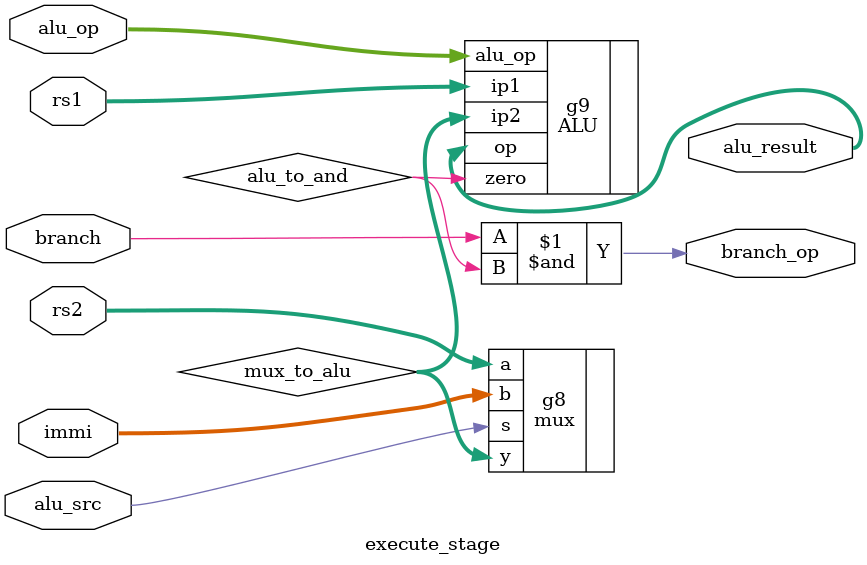
<source format=sv>
`timescale 1ns / 1ps


module execute_stage #(parameter N=32)(branch,rs1,rs2,immi,alu_src,alu_op,branch_op,alu_result);
input logic [N-1:0] rs1,rs2,immi;
input logic branch,alu_src;
input logic [3:0] alu_op;
output logic branch_op;
output logic [N-1:0] alu_result;
logic [N-1:0] mux_to_alu;
logic alu_to_and;
mux g8 (.a(rs2), .b(immi), .s(alu_src), .y(mux_to_alu));
ALU g9 (.ip1(rs1), .ip2(mux_to_alu), .alu_op(alu_op), .op(alu_result), .zero(alu_to_and));
and g10 (branch_op, branch, alu_to_and);
endmodule

</source>
